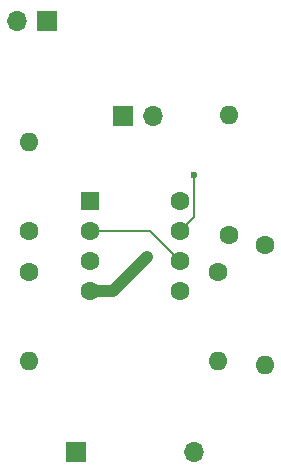
<source format=gbr>
%TF.GenerationSoftware,KiCad,Pcbnew,9.0.0*%
%TF.CreationDate,2025-02-26T16:47:42+09:00*%
%TF.ProjectId,TCIS,54434953-2e6b-4696-9361-645f70636258,rev?*%
%TF.SameCoordinates,Original*%
%TF.FileFunction,Copper,L2,Bot*%
%TF.FilePolarity,Positive*%
%FSLAX46Y46*%
G04 Gerber Fmt 4.6, Leading zero omitted, Abs format (unit mm)*
G04 Created by KiCad (PCBNEW 9.0.0) date 2025-02-26 16:47:42*
%MOMM*%
%LPD*%
G01*
G04 APERTURE LIST*
G04 Aperture macros list*
%AMRoundRect*
0 Rectangle with rounded corners*
0 $1 Rounding radius*
0 $2 $3 $4 $5 $6 $7 $8 $9 X,Y pos of 4 corners*
0 Add a 4 corners polygon primitive as box body*
4,1,4,$2,$3,$4,$5,$6,$7,$8,$9,$2,$3,0*
0 Add four circle primitives for the rounded corners*
1,1,$1+$1,$2,$3*
1,1,$1+$1,$4,$5*
1,1,$1+$1,$6,$7*
1,1,$1+$1,$8,$9*
0 Add four rect primitives between the rounded corners*
20,1,$1+$1,$2,$3,$4,$5,0*
20,1,$1+$1,$4,$5,$6,$7,0*
20,1,$1+$1,$6,$7,$8,$9,0*
20,1,$1+$1,$8,$9,$2,$3,0*%
G04 Aperture macros list end*
%TA.AperFunction,ComponentPad*%
%ADD10R,1.700000X1.700000*%
%TD*%
%TA.AperFunction,ComponentPad*%
%ADD11O,1.700000X1.700000*%
%TD*%
%TA.AperFunction,ComponentPad*%
%ADD12RoundRect,0.250000X-0.550000X-0.550000X0.550000X-0.550000X0.550000X0.550000X-0.550000X0.550000X0*%
%TD*%
%TA.AperFunction,ComponentPad*%
%ADD13C,1.600000*%
%TD*%
%TA.AperFunction,ComponentPad*%
%ADD14O,1.600000X1.600000*%
%TD*%
%TA.AperFunction,ViaPad*%
%ADD15C,0.600000*%
%TD*%
%TA.AperFunction,Conductor*%
%ADD16C,1.000000*%
%TD*%
%TA.AperFunction,Conductor*%
%ADD17C,0.200000*%
%TD*%
G04 APERTURE END LIST*
D10*
%TO.P,LS1,1,1*%
%TO.N,Net-(C3-Pad2)*%
X101000000Y-68445000D03*
D11*
%TO.P,LS1,2,2*%
%TO.N,GND*%
X111000000Y-68445000D03*
%TD*%
D12*
%TO.P,U1,1,GND*%
%TO.N,GND*%
X102195000Y-47190000D03*
D13*
%TO.P,U1,2,TR*%
%TO.N,Net-(U1-THR)*%
X102195000Y-49730000D03*
%TO.P,U1,3,Q*%
%TO.N,Net-(U1-Q)*%
X102195000Y-52270000D03*
%TO.P,U1,4,R*%
%TO.N,+9V*%
X102195000Y-54810000D03*
%TO.P,U1,5,CV*%
%TO.N,Net-(U1-CV)*%
X109815000Y-54810000D03*
%TO.P,U1,6,THR*%
%TO.N,Net-(U1-THR)*%
X109815000Y-52270000D03*
%TO.P,U1,7,DIS*%
%TO.N,B*%
X109815000Y-49730000D03*
%TO.P,U1,8,VCC*%
%TO.N,+9V*%
X109815000Y-47190000D03*
%TD*%
%TO.P,C3,1*%
%TO.N,Net-(U1-Q)*%
X97000000Y-53250000D03*
D14*
%TO.P,C3,2*%
%TO.N,Net-(C3-Pad2)*%
X97000000Y-60750000D03*
%TD*%
D13*
%TO.P,R2,1*%
%TO.N,+9V*%
X117000000Y-50920000D03*
D14*
%TO.P,R2,2*%
%TO.N,B*%
X117000000Y-61080000D03*
%TD*%
D13*
%TO.P,C1,1*%
%TO.N,Net-(U1-CV)*%
X113000000Y-53250000D03*
D14*
%TO.P,C1,2*%
%TO.N,GND*%
X113000000Y-60750000D03*
%TD*%
D10*
%TO.P,R3,1*%
%TO.N,A*%
X105000000Y-40000000D03*
D11*
%TO.P,R3,2*%
%TO.N,B*%
X107540000Y-40000000D03*
%TD*%
D13*
%TO.P,R1,1*%
%TO.N,Net-(U1-THR)*%
X114000000Y-50080000D03*
D14*
%TO.P,R1,2*%
%TO.N,A*%
X114000000Y-39920000D03*
%TD*%
D10*
%TO.P,BT1,1,+*%
%TO.N,+9V*%
X98540000Y-32000000D03*
D11*
%TO.P,BT1,2,-*%
%TO.N,GND*%
X96000000Y-32000000D03*
%TD*%
D13*
%TO.P,C2,1*%
%TO.N,Net-(U1-THR)*%
X97000000Y-49750000D03*
D14*
%TO.P,C2,2*%
%TO.N,GND*%
X97000000Y-42250000D03*
%TD*%
D15*
%TO.N,+9V*%
X107000000Y-52000000D03*
%TO.N,B*%
X111000000Y-45000000D03*
%TD*%
D16*
%TO.N,+9V*%
X102385000Y-55000000D02*
X102195000Y-54810000D01*
X107000000Y-52000000D02*
X104190000Y-54810000D01*
X104190000Y-54810000D02*
X102195000Y-54810000D01*
D17*
%TO.N,Net-(U1-THR)*%
X107275000Y-49730000D02*
X109815000Y-52270000D01*
X102195000Y-49730000D02*
X107275000Y-49730000D01*
%TO.N,B*%
X109815000Y-49730000D02*
X111000000Y-48545000D01*
X111000000Y-48545000D02*
X111000000Y-45000000D01*
%TD*%
M02*

</source>
